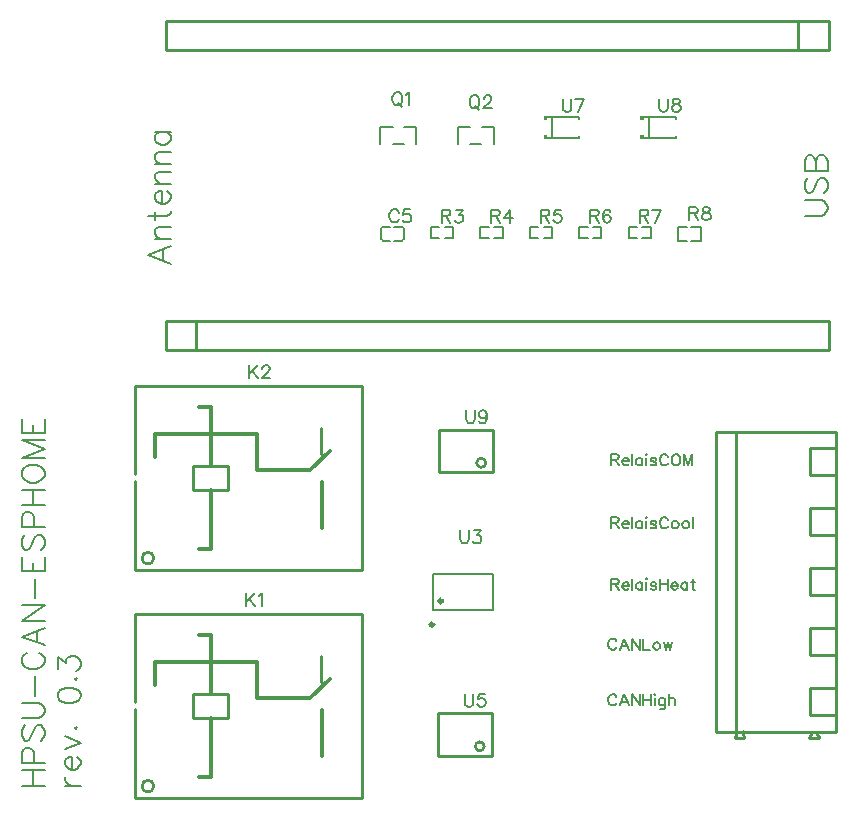
<source format=gto>
G04 Layer: TopSilkscreenLayer*
G04 EasyEDA v6.5.40, 2024-08-12 13:02:19*
G04 6ed52e104c50462789560134f86f8d0d,8913b61fcc3f40a88925c8db200aa785,10*
G04 Gerber Generator version 0.2*
G04 Scale: 100 percent, Rotated: No, Reflected: No *
G04 Dimensions in millimeters *
G04 leading zeros omitted , absolute positions ,4 integer and 5 decimal *
%FSLAX45Y45*%
%MOMM*%

%ADD10C,0.2032*%
%ADD11C,0.1524*%
%ADD12C,0.2540*%
%ADD13C,0.1500*%
%ADD14C,0.3000*%
%ADD15C,0.0129*%

%LPD*%
D10*
X7734300Y3352037D02*
G01*
X7734300Y3256534D01*
X7734300Y3352037D02*
G01*
X7775193Y3352037D01*
X7788909Y3347465D01*
X7793481Y3342894D01*
X7798054Y3334004D01*
X7798054Y3324860D01*
X7793481Y3315715D01*
X7788909Y3311144D01*
X7775193Y3306571D01*
X7734300Y3306571D01*
X7766050Y3306571D02*
G01*
X7798054Y3256534D01*
X7828025Y3293110D02*
G01*
X7882381Y3293110D01*
X7882381Y3302000D01*
X7877809Y3311144D01*
X7873491Y3315715D01*
X7864347Y3320287D01*
X7850631Y3320287D01*
X7841488Y3315715D01*
X7832597Y3306571D01*
X7828025Y3293110D01*
X7828025Y3283965D01*
X7832597Y3270250D01*
X7841488Y3261105D01*
X7850631Y3256534D01*
X7864347Y3256534D01*
X7873491Y3261105D01*
X7882381Y3270250D01*
X7912608Y3352037D02*
G01*
X7912608Y3256534D01*
X7996936Y3320287D02*
G01*
X7996936Y3256534D01*
X7996936Y3306571D02*
G01*
X7988045Y3315715D01*
X7978902Y3320287D01*
X7965186Y3320287D01*
X7956041Y3315715D01*
X7947152Y3306571D01*
X7942579Y3293110D01*
X7942579Y3283965D01*
X7947152Y3270250D01*
X7956041Y3261105D01*
X7965186Y3256534D01*
X7978902Y3256534D01*
X7988045Y3261105D01*
X7996936Y3270250D01*
X8026908Y3352037D02*
G01*
X8031479Y3347465D01*
X8036052Y3352037D01*
X8031479Y3356610D01*
X8026908Y3352037D01*
X8031479Y3320287D02*
G01*
X8031479Y3256534D01*
X8116061Y3306571D02*
G01*
X8111490Y3315715D01*
X8098027Y3320287D01*
X8084311Y3320287D01*
X8070595Y3315715D01*
X8066024Y3306571D01*
X8070595Y3297681D01*
X8079740Y3293110D01*
X8102600Y3288537D01*
X8111490Y3283965D01*
X8116061Y3274821D01*
X8116061Y3270250D01*
X8111490Y3261105D01*
X8098027Y3256534D01*
X8084311Y3256534D01*
X8070595Y3261105D01*
X8066024Y3270250D01*
X8214359Y3329431D02*
G01*
X8209788Y3338576D01*
X8200643Y3347465D01*
X8191500Y3352037D01*
X8173465Y3352037D01*
X8164322Y3347465D01*
X8155177Y3338576D01*
X8150606Y3329431D01*
X8146034Y3315715D01*
X8146034Y3293110D01*
X8150606Y3279394D01*
X8155177Y3270250D01*
X8164322Y3261105D01*
X8173465Y3256534D01*
X8191500Y3256534D01*
X8200643Y3261105D01*
X8209788Y3270250D01*
X8214359Y3279394D01*
X8271509Y3352037D02*
G01*
X8262365Y3347465D01*
X8253475Y3338576D01*
X8248904Y3329431D01*
X8244331Y3315715D01*
X8244331Y3293110D01*
X8248904Y3279394D01*
X8253475Y3270250D01*
X8262365Y3261105D01*
X8271509Y3256534D01*
X8289797Y3256534D01*
X8298941Y3261105D01*
X8307831Y3270250D01*
X8312404Y3279394D01*
X8316975Y3293110D01*
X8316975Y3315715D01*
X8312404Y3329431D01*
X8307831Y3338576D01*
X8298941Y3347465D01*
X8289797Y3352037D01*
X8271509Y3352037D01*
X8346947Y3352037D02*
G01*
X8346947Y3256534D01*
X8346947Y3352037D02*
G01*
X8383270Y3256534D01*
X8419845Y3352037D02*
G01*
X8383270Y3256534D01*
X8419845Y3352037D02*
G01*
X8419845Y3256534D01*
X7734300Y2818637D02*
G01*
X7734300Y2723134D01*
X7734300Y2818637D02*
G01*
X7775193Y2818637D01*
X7788909Y2814065D01*
X7793481Y2809494D01*
X7798054Y2800604D01*
X7798054Y2791460D01*
X7793481Y2782315D01*
X7788909Y2777744D01*
X7775193Y2773171D01*
X7734300Y2773171D01*
X7766050Y2773171D02*
G01*
X7798054Y2723134D01*
X7828025Y2759710D02*
G01*
X7882381Y2759710D01*
X7882381Y2768600D01*
X7877809Y2777744D01*
X7873491Y2782315D01*
X7864347Y2786887D01*
X7850631Y2786887D01*
X7841488Y2782315D01*
X7832597Y2773171D01*
X7828025Y2759710D01*
X7828025Y2750565D01*
X7832597Y2736850D01*
X7841488Y2727705D01*
X7850631Y2723134D01*
X7864347Y2723134D01*
X7873491Y2727705D01*
X7882381Y2736850D01*
X7912608Y2818637D02*
G01*
X7912608Y2723134D01*
X7996936Y2786887D02*
G01*
X7996936Y2723134D01*
X7996936Y2773171D02*
G01*
X7988045Y2782315D01*
X7978902Y2786887D01*
X7965186Y2786887D01*
X7956041Y2782315D01*
X7947152Y2773171D01*
X7942579Y2759710D01*
X7942579Y2750565D01*
X7947152Y2736850D01*
X7956041Y2727705D01*
X7965186Y2723134D01*
X7978902Y2723134D01*
X7988045Y2727705D01*
X7996936Y2736850D01*
X8026908Y2818637D02*
G01*
X8031479Y2814065D01*
X8036052Y2818637D01*
X8031479Y2823210D01*
X8026908Y2818637D01*
X8031479Y2786887D02*
G01*
X8031479Y2723134D01*
X8116061Y2773171D02*
G01*
X8111490Y2782315D01*
X8098027Y2786887D01*
X8084311Y2786887D01*
X8070595Y2782315D01*
X8066024Y2773171D01*
X8070595Y2764281D01*
X8079740Y2759710D01*
X8102600Y2755137D01*
X8111490Y2750565D01*
X8116061Y2741421D01*
X8116061Y2736850D01*
X8111490Y2727705D01*
X8098027Y2723134D01*
X8084311Y2723134D01*
X8070595Y2727705D01*
X8066024Y2736850D01*
X8214359Y2796031D02*
G01*
X8209788Y2805176D01*
X8200643Y2814065D01*
X8191500Y2818637D01*
X8173465Y2818637D01*
X8164322Y2814065D01*
X8155177Y2805176D01*
X8150606Y2796031D01*
X8146034Y2782315D01*
X8146034Y2759710D01*
X8150606Y2745994D01*
X8155177Y2736850D01*
X8164322Y2727705D01*
X8173465Y2723134D01*
X8191500Y2723134D01*
X8200643Y2727705D01*
X8209788Y2736850D01*
X8214359Y2745994D01*
X8266938Y2786887D02*
G01*
X8258047Y2782315D01*
X8248904Y2773171D01*
X8244331Y2759710D01*
X8244331Y2750565D01*
X8248904Y2736850D01*
X8258047Y2727705D01*
X8266938Y2723134D01*
X8280654Y2723134D01*
X8289797Y2727705D01*
X8298941Y2736850D01*
X8303513Y2750565D01*
X8303513Y2759710D01*
X8298941Y2773171D01*
X8289797Y2782315D01*
X8280654Y2786887D01*
X8266938Y2786887D01*
X8356091Y2786887D02*
G01*
X8346947Y2782315D01*
X8338058Y2773171D01*
X8333486Y2759710D01*
X8333486Y2750565D01*
X8338058Y2736850D01*
X8346947Y2727705D01*
X8356091Y2723134D01*
X8369808Y2723134D01*
X8378952Y2727705D01*
X8387841Y2736850D01*
X8392413Y2750565D01*
X8392413Y2759710D01*
X8387841Y2773171D01*
X8378952Y2782315D01*
X8369808Y2786887D01*
X8356091Y2786887D01*
X8422386Y2818637D02*
G01*
X8422386Y2723134D01*
X7734300Y2297937D02*
G01*
X7734300Y2202434D01*
X7734300Y2297937D02*
G01*
X7775193Y2297937D01*
X7788909Y2293365D01*
X7793481Y2288794D01*
X7798054Y2279904D01*
X7798054Y2270760D01*
X7793481Y2261615D01*
X7788909Y2257044D01*
X7775193Y2252471D01*
X7734300Y2252471D01*
X7766050Y2252471D02*
G01*
X7798054Y2202434D01*
X7828025Y2239010D02*
G01*
X7882381Y2239010D01*
X7882381Y2247900D01*
X7877809Y2257044D01*
X7873491Y2261615D01*
X7864347Y2266187D01*
X7850631Y2266187D01*
X7841488Y2261615D01*
X7832597Y2252471D01*
X7828025Y2239010D01*
X7828025Y2229865D01*
X7832597Y2216150D01*
X7841488Y2207005D01*
X7850631Y2202434D01*
X7864347Y2202434D01*
X7873491Y2207005D01*
X7882381Y2216150D01*
X7912608Y2297937D02*
G01*
X7912608Y2202434D01*
X7996936Y2266187D02*
G01*
X7996936Y2202434D01*
X7996936Y2252471D02*
G01*
X7988045Y2261615D01*
X7978902Y2266187D01*
X7965186Y2266187D01*
X7956041Y2261615D01*
X7947152Y2252471D01*
X7942579Y2239010D01*
X7942579Y2229865D01*
X7947152Y2216150D01*
X7956041Y2207005D01*
X7965186Y2202434D01*
X7978902Y2202434D01*
X7988045Y2207005D01*
X7996936Y2216150D01*
X8026908Y2297937D02*
G01*
X8031479Y2293365D01*
X8036052Y2297937D01*
X8031479Y2302510D01*
X8026908Y2297937D01*
X8031479Y2266187D02*
G01*
X8031479Y2202434D01*
X8116061Y2252471D02*
G01*
X8111490Y2261615D01*
X8098027Y2266187D01*
X8084311Y2266187D01*
X8070595Y2261615D01*
X8066024Y2252471D01*
X8070595Y2243581D01*
X8079740Y2239010D01*
X8102600Y2234437D01*
X8111490Y2229865D01*
X8116061Y2220721D01*
X8116061Y2216150D01*
X8111490Y2207005D01*
X8098027Y2202434D01*
X8084311Y2202434D01*
X8070595Y2207005D01*
X8066024Y2216150D01*
X8146034Y2297937D02*
G01*
X8146034Y2202434D01*
X8209788Y2297937D02*
G01*
X8209788Y2202434D01*
X8146034Y2252471D02*
G01*
X8209788Y2252471D01*
X8239759Y2239010D02*
G01*
X8294370Y2239010D01*
X8294370Y2247900D01*
X8289797Y2257044D01*
X8285225Y2261615D01*
X8276081Y2266187D01*
X8262365Y2266187D01*
X8253475Y2261615D01*
X8244331Y2252471D01*
X8239759Y2239010D01*
X8239759Y2229865D01*
X8244331Y2216150D01*
X8253475Y2207005D01*
X8262365Y2202434D01*
X8276081Y2202434D01*
X8285225Y2207005D01*
X8294370Y2216150D01*
X8378952Y2266187D02*
G01*
X8378952Y2202434D01*
X8378952Y2252471D02*
G01*
X8369808Y2261615D01*
X8360663Y2266187D01*
X8346947Y2266187D01*
X8338058Y2261615D01*
X8328913Y2252471D01*
X8324341Y2239010D01*
X8324341Y2229865D01*
X8328913Y2216150D01*
X8338058Y2207005D01*
X8346947Y2202434D01*
X8360663Y2202434D01*
X8369808Y2207005D01*
X8378952Y2216150D01*
X8422386Y2297937D02*
G01*
X8422386Y2220721D01*
X8426958Y2207005D01*
X8436102Y2202434D01*
X8445245Y2202434D01*
X8408924Y2266187D02*
G01*
X8440674Y2266187D01*
X7776972Y1767331D02*
G01*
X7772654Y1776476D01*
X7763509Y1785365D01*
X7754365Y1789937D01*
X7736077Y1789937D01*
X7727188Y1785365D01*
X7718043Y1776476D01*
X7713472Y1767331D01*
X7708900Y1753615D01*
X7708900Y1731010D01*
X7713472Y1717294D01*
X7718043Y1708150D01*
X7727188Y1699005D01*
X7736077Y1694434D01*
X7754365Y1694434D01*
X7763509Y1699005D01*
X7772654Y1708150D01*
X7776972Y1717294D01*
X7843520Y1789937D02*
G01*
X7807197Y1694434D01*
X7843520Y1789937D02*
G01*
X7879841Y1694434D01*
X7820659Y1726437D02*
G01*
X7866125Y1726437D01*
X7909813Y1789937D02*
G01*
X7909813Y1694434D01*
X7909813Y1789937D02*
G01*
X7973568Y1694434D01*
X7973568Y1789937D02*
G01*
X7973568Y1694434D01*
X8003540Y1789937D02*
G01*
X8003540Y1694434D01*
X8003540Y1694434D02*
G01*
X8057895Y1694434D01*
X8110727Y1758187D02*
G01*
X8101584Y1753615D01*
X8092440Y1744471D01*
X8087868Y1731010D01*
X8087868Y1721865D01*
X8092440Y1708150D01*
X8101584Y1699005D01*
X8110727Y1694434D01*
X8124443Y1694434D01*
X8133334Y1699005D01*
X8142477Y1708150D01*
X8147050Y1721865D01*
X8147050Y1731010D01*
X8142477Y1744471D01*
X8133334Y1753615D01*
X8124443Y1758187D01*
X8110727Y1758187D01*
X8177022Y1758187D02*
G01*
X8195309Y1694434D01*
X8213343Y1758187D02*
G01*
X8195309Y1694434D01*
X8213343Y1758187D02*
G01*
X8231631Y1694434D01*
X8249920Y1758187D02*
G01*
X8231631Y1694434D01*
X7776972Y1297431D02*
G01*
X7772654Y1306576D01*
X7763509Y1315465D01*
X7754365Y1320037D01*
X7736077Y1320037D01*
X7727188Y1315465D01*
X7718043Y1306576D01*
X7713472Y1297431D01*
X7708900Y1283715D01*
X7708900Y1261110D01*
X7713472Y1247394D01*
X7718043Y1238250D01*
X7727188Y1229105D01*
X7736077Y1224534D01*
X7754365Y1224534D01*
X7763509Y1229105D01*
X7772654Y1238250D01*
X7776972Y1247394D01*
X7843520Y1320037D02*
G01*
X7807197Y1224534D01*
X7843520Y1320037D02*
G01*
X7879841Y1224534D01*
X7820659Y1256537D02*
G01*
X7866125Y1256537D01*
X7909813Y1320037D02*
G01*
X7909813Y1224534D01*
X7909813Y1320037D02*
G01*
X7973568Y1224534D01*
X7973568Y1320037D02*
G01*
X7973568Y1224534D01*
X8003540Y1320037D02*
G01*
X8003540Y1224534D01*
X8067040Y1320037D02*
G01*
X8067040Y1224534D01*
X8003540Y1274571D02*
G01*
X8067040Y1274571D01*
X8097011Y1320037D02*
G01*
X8101584Y1315465D01*
X8106156Y1320037D01*
X8101584Y1324610D01*
X8097011Y1320037D01*
X8101584Y1288287D02*
G01*
X8101584Y1224534D01*
X8190738Y1288287D02*
G01*
X8190738Y1215644D01*
X8186165Y1201928D01*
X8181593Y1197355D01*
X8172450Y1192784D01*
X8158988Y1192784D01*
X8149843Y1197355D01*
X8190738Y1274571D02*
G01*
X8181593Y1283715D01*
X8172450Y1288287D01*
X8158988Y1288287D01*
X8149843Y1283715D01*
X8140700Y1274571D01*
X8136127Y1261110D01*
X8136127Y1251965D01*
X8140700Y1238250D01*
X8149843Y1229105D01*
X8158988Y1224534D01*
X8172450Y1224534D01*
X8181593Y1229105D01*
X8190738Y1238250D01*
X8220709Y1320037D02*
G01*
X8220709Y1224534D01*
X8220709Y1270000D02*
G01*
X8234425Y1283715D01*
X8243570Y1288287D01*
X8257031Y1288287D01*
X8266175Y1283715D01*
X8270747Y1270000D01*
X8270747Y1224534D01*
X2741422Y546100D02*
G01*
X2935224Y546100D01*
X2741422Y675386D02*
G01*
X2935224Y675386D01*
X2833624Y546100D02*
G01*
X2833624Y675386D01*
X2741422Y736345D02*
G01*
X2935224Y736345D01*
X2741422Y736345D02*
G01*
X2741422Y819404D01*
X2750565Y847089D01*
X2759709Y856487D01*
X2778252Y865631D01*
X2805938Y865631D01*
X2824479Y856487D01*
X2833624Y847089D01*
X2843022Y819404D01*
X2843022Y736345D01*
X2769108Y1055878D02*
G01*
X2750565Y1037589D01*
X2741422Y1009650D01*
X2741422Y972820D01*
X2750565Y945134D01*
X2769108Y926592D01*
X2787650Y926592D01*
X2805938Y935989D01*
X2815336Y945134D01*
X2824479Y963676D01*
X2843022Y1019047D01*
X2852165Y1037589D01*
X2861309Y1046734D01*
X2879852Y1055878D01*
X2907538Y1055878D01*
X2926079Y1037589D01*
X2935224Y1009650D01*
X2935224Y972820D01*
X2926079Y945134D01*
X2907538Y926592D01*
X2741422Y1116837D02*
G01*
X2879852Y1116837D01*
X2907538Y1126236D01*
X2926079Y1144523D01*
X2935224Y1172210D01*
X2935224Y1190752D01*
X2926079Y1218437D01*
X2907538Y1236979D01*
X2879852Y1246123D01*
X2741422Y1246123D01*
X2852165Y1307084D02*
G01*
X2852165Y1473454D01*
X2787650Y1672844D02*
G01*
X2769108Y1663700D01*
X2750565Y1645157D01*
X2741422Y1626870D01*
X2741422Y1589786D01*
X2750565Y1571244D01*
X2769108Y1552955D01*
X2787650Y1543557D01*
X2815336Y1534413D01*
X2861309Y1534413D01*
X2889250Y1543557D01*
X2907538Y1552955D01*
X2926079Y1571244D01*
X2935224Y1589786D01*
X2935224Y1626870D01*
X2926079Y1645157D01*
X2907538Y1663700D01*
X2889250Y1672844D01*
X2741422Y1807718D02*
G01*
X2935224Y1733804D01*
X2741422Y1807718D02*
G01*
X2935224Y1881631D01*
X2870708Y1761489D02*
G01*
X2870708Y1853945D01*
X2741422Y1942592D02*
G01*
X2935224Y1942592D01*
X2741422Y1942592D02*
G01*
X2935224Y2071878D01*
X2741422Y2071878D02*
G01*
X2935224Y2071878D01*
X2852165Y2132837D02*
G01*
X2852165Y2299207D01*
X2741422Y2360168D02*
G01*
X2935224Y2360168D01*
X2741422Y2360168D02*
G01*
X2741422Y2480310D01*
X2833624Y2360168D02*
G01*
X2833624Y2434081D01*
X2935224Y2360168D02*
G01*
X2935224Y2480310D01*
X2769108Y2670555D02*
G01*
X2750565Y2652013D01*
X2741422Y2624328D01*
X2741422Y2587244D01*
X2750565Y2559557D01*
X2769108Y2541270D01*
X2787650Y2541270D01*
X2805938Y2550413D01*
X2815336Y2559557D01*
X2824479Y2578100D01*
X2843022Y2633471D01*
X2852165Y2652013D01*
X2861309Y2661157D01*
X2879852Y2670555D01*
X2907538Y2670555D01*
X2926079Y2652013D01*
X2935224Y2624328D01*
X2935224Y2587244D01*
X2926079Y2559557D01*
X2907538Y2541270D01*
X2741422Y2731515D02*
G01*
X2935224Y2731515D01*
X2741422Y2731515D02*
G01*
X2741422Y2814573D01*
X2750565Y2842260D01*
X2759709Y2851404D01*
X2778252Y2860802D01*
X2805938Y2860802D01*
X2824479Y2851404D01*
X2833624Y2842260D01*
X2843022Y2814573D01*
X2843022Y2731515D01*
X2741422Y2921762D02*
G01*
X2935224Y2921762D01*
X2741422Y3051047D02*
G01*
X2935224Y3051047D01*
X2833624Y2921762D02*
G01*
X2833624Y3051047D01*
X2741422Y3167379D02*
G01*
X2750565Y3148837D01*
X2769108Y3130550D01*
X2787650Y3121152D01*
X2815336Y3112007D01*
X2861309Y3112007D01*
X2889250Y3121152D01*
X2907538Y3130550D01*
X2926079Y3148837D01*
X2935224Y3167379D01*
X2935224Y3204210D01*
X2926079Y3222752D01*
X2907538Y3241294D01*
X2889250Y3250437D01*
X2861309Y3259836D01*
X2815336Y3259836D01*
X2787650Y3250437D01*
X2769108Y3241294D01*
X2750565Y3222752D01*
X2741422Y3204210D01*
X2741422Y3167379D01*
X2741422Y3320795D02*
G01*
X2935224Y3320795D01*
X2741422Y3320795D02*
G01*
X2935224Y3394710D01*
X2741422Y3468370D02*
G01*
X2935224Y3394710D01*
X2741422Y3468370D02*
G01*
X2935224Y3468370D01*
X2741422Y3529329D02*
G01*
X2935224Y3529329D01*
X2741422Y3529329D02*
G01*
X2741422Y3649471D01*
X2833624Y3529329D02*
G01*
X2833624Y3603244D01*
X2935224Y3529329D02*
G01*
X2935224Y3649471D01*
X3110738Y546100D02*
G01*
X3240024Y546100D01*
X3166109Y546100D02*
G01*
X3138424Y555244D01*
X3120136Y573786D01*
X3110738Y592328D01*
X3110738Y620013D01*
X3166109Y680973D02*
G01*
X3166109Y791718D01*
X3147822Y791718D01*
X3129279Y782573D01*
X3120136Y773429D01*
X3110738Y754887D01*
X3110738Y727202D01*
X3120136Y708660D01*
X3138424Y690118D01*
X3166109Y680973D01*
X3184652Y680973D01*
X3212338Y690118D01*
X3230879Y708660D01*
X3240024Y727202D01*
X3240024Y754887D01*
X3230879Y773429D01*
X3212338Y791718D01*
X3110738Y852678D02*
G01*
X3240024Y908050D01*
X3110738Y963676D02*
G01*
X3240024Y908050D01*
X3194050Y1033779D02*
G01*
X3203193Y1024636D01*
X3212338Y1033779D01*
X3203193Y1042923D01*
X3194050Y1033779D01*
X3046222Y1301750D02*
G01*
X3055365Y1273810D01*
X3083052Y1255521D01*
X3129279Y1246123D01*
X3156965Y1246123D01*
X3203193Y1255521D01*
X3230879Y1273810D01*
X3240024Y1301750D01*
X3240024Y1320037D01*
X3230879Y1347723D01*
X3203193Y1366265D01*
X3156965Y1375410D01*
X3129279Y1375410D01*
X3083052Y1366265D01*
X3055365Y1347723D01*
X3046222Y1320037D01*
X3046222Y1301750D01*
X3194050Y1445768D02*
G01*
X3203193Y1436370D01*
X3212338Y1445768D01*
X3203193Y1454912D01*
X3194050Y1445768D01*
X3046222Y1534413D02*
G01*
X3046222Y1636013D01*
X3120136Y1580642D01*
X3120136Y1608328D01*
X3129279Y1626870D01*
X3138424Y1636013D01*
X3166109Y1645157D01*
X3184652Y1645157D01*
X3212338Y1636013D01*
X3230879Y1617471D01*
X3240024Y1589786D01*
X3240024Y1562100D01*
X3230879Y1534413D01*
X3221736Y1525270D01*
X3203193Y1515871D01*
X3808222Y5039613D02*
G01*
X4002024Y4965700D01*
X3808222Y5039613D02*
G01*
X4002024Y5113528D01*
X3937508Y4993386D02*
G01*
X3937508Y5085842D01*
X3872738Y5174487D02*
G01*
X4002024Y5174487D01*
X3909822Y5174487D02*
G01*
X3882136Y5202173D01*
X3872738Y5220715D01*
X3872738Y5248402D01*
X3882136Y5266689D01*
X3909822Y5276087D01*
X4002024Y5276087D01*
X3808222Y5364734D02*
G01*
X3965193Y5364734D01*
X3992879Y5373878D01*
X4002024Y5392420D01*
X4002024Y5410962D01*
X3872738Y5337047D02*
G01*
X3872738Y5401563D01*
X3928109Y5471921D02*
G01*
X3928109Y5582665D01*
X3909822Y5582665D01*
X3891279Y5573521D01*
X3882136Y5564123D01*
X3872738Y5545836D01*
X3872738Y5518150D01*
X3882136Y5499607D01*
X3900424Y5481065D01*
X3928109Y5471921D01*
X3946652Y5471921D01*
X3974338Y5481065D01*
X3992879Y5499607D01*
X4002024Y5518150D01*
X4002024Y5545836D01*
X3992879Y5564123D01*
X3974338Y5582665D01*
X3872738Y5643626D02*
G01*
X4002024Y5643626D01*
X3909822Y5643626D02*
G01*
X3882136Y5671312D01*
X3872738Y5689854D01*
X3872738Y5717539D01*
X3882136Y5736081D01*
X3909822Y5745226D01*
X4002024Y5745226D01*
X3872738Y5806186D02*
G01*
X4002024Y5806186D01*
X3909822Y5806186D02*
G01*
X3882136Y5833871D01*
X3872738Y5852413D01*
X3872738Y5880100D01*
X3882136Y5898642D01*
X3909822Y5907786D01*
X4002024Y5907786D01*
X3872738Y6079489D02*
G01*
X4002024Y6079489D01*
X3900424Y6079489D02*
G01*
X3882136Y6061202D01*
X3872738Y6042660D01*
X3872738Y6014973D01*
X3882136Y5996431D01*
X3900424Y5977889D01*
X3928109Y5968745D01*
X3946652Y5968745D01*
X3974338Y5977889D01*
X3992879Y5996431D01*
X4002024Y6014973D01*
X4002024Y6042660D01*
X3992879Y6061202D01*
X3974338Y6079489D01*
X9370822Y5372100D02*
G01*
X9509252Y5372100D01*
X9536938Y5381244D01*
X9555479Y5399786D01*
X9564624Y5427471D01*
X9564624Y5446013D01*
X9555479Y5473700D01*
X9536938Y5492242D01*
X9509252Y5501386D01*
X9370822Y5501386D01*
X9398508Y5691631D02*
G01*
X9379965Y5673089D01*
X9370822Y5645404D01*
X9370822Y5608573D01*
X9379965Y5580887D01*
X9398508Y5562345D01*
X9417050Y5562345D01*
X9435338Y5571489D01*
X9444736Y5580887D01*
X9453879Y5599429D01*
X9472422Y5654802D01*
X9481565Y5673089D01*
X9490709Y5682487D01*
X9509252Y5691631D01*
X9536938Y5691631D01*
X9555479Y5673089D01*
X9564624Y5645404D01*
X9564624Y5608573D01*
X9555479Y5580887D01*
X9536938Y5562345D01*
X9370822Y5752592D02*
G01*
X9564624Y5752592D01*
X9370822Y5752592D02*
G01*
X9370822Y5835650D01*
X9379965Y5863589D01*
X9389109Y5872734D01*
X9407652Y5881878D01*
X9426193Y5881878D01*
X9444736Y5872734D01*
X9453879Y5863589D01*
X9463024Y5835650D01*
X9463024Y5752592D02*
G01*
X9463024Y5835650D01*
X9472422Y5863589D01*
X9481565Y5872734D01*
X9500108Y5881878D01*
X9527793Y5881878D01*
X9546336Y5872734D01*
X9555479Y5863589D01*
X9564624Y5835650D01*
X9564624Y5752592D01*
D11*
X5933478Y5398013D02*
G01*
X5928144Y5408427D01*
X5917730Y5418841D01*
X5907570Y5423921D01*
X5886742Y5423921D01*
X5876328Y5418841D01*
X5865914Y5408427D01*
X5860580Y5398013D01*
X5855500Y5382265D01*
X5855500Y5356357D01*
X5860580Y5340863D01*
X5865914Y5330449D01*
X5876328Y5320035D01*
X5886742Y5314955D01*
X5907570Y5314955D01*
X5917730Y5320035D01*
X5928144Y5330449D01*
X5933478Y5340863D01*
X6029998Y5423921D02*
G01*
X5978182Y5423921D01*
X5972848Y5377185D01*
X5978182Y5382265D01*
X5993676Y5387599D01*
X6009170Y5387599D01*
X6024918Y5382265D01*
X6035332Y5372105D01*
X6040412Y5356357D01*
X6040412Y5345943D01*
X6035332Y5330449D01*
X6024918Y5320035D01*
X6009170Y5314955D01*
X5993676Y5314955D01*
X5978182Y5320035D01*
X5972848Y5325115D01*
X5967768Y5335529D01*
X4642965Y2172715D02*
G01*
X4642965Y2063750D01*
X4715609Y2172715D02*
G01*
X4642965Y2100071D01*
X4668873Y2125979D02*
G01*
X4715609Y2063750D01*
X4749899Y2151887D02*
G01*
X4760313Y2157221D01*
X4776061Y2172715D01*
X4776061Y2063750D01*
X4668365Y4103115D02*
G01*
X4668365Y3994150D01*
X4741009Y4103115D02*
G01*
X4668365Y4030471D01*
X4694273Y4056379D02*
G01*
X4741009Y3994150D01*
X4780633Y4077207D02*
G01*
X4780633Y4082287D01*
X4785713Y4092702D01*
X4791047Y4098036D01*
X4801461Y4103115D01*
X4822035Y4103115D01*
X4832449Y4098036D01*
X4837783Y4092702D01*
X4842863Y4082287D01*
X4842863Y4071873D01*
X4837783Y4061460D01*
X4827369Y4045965D01*
X4775299Y3994150D01*
X4848197Y3994150D01*
X5911341Y6414515D02*
G01*
X5900927Y6409436D01*
X5890513Y6399021D01*
X5885179Y6388607D01*
X5880100Y6372860D01*
X5880100Y6346952D01*
X5885179Y6331457D01*
X5890513Y6321044D01*
X5900927Y6310629D01*
X5911341Y6305550D01*
X5932170Y6305550D01*
X5942329Y6310629D01*
X5952743Y6321044D01*
X5958077Y6331457D01*
X5963158Y6346952D01*
X5963158Y6372860D01*
X5958077Y6388607D01*
X5952743Y6399021D01*
X5942329Y6409436D01*
X5932170Y6414515D01*
X5911341Y6414515D01*
X5926836Y6326123D02*
G01*
X5958077Y6295136D01*
X5997447Y6393687D02*
G01*
X6007861Y6399021D01*
X6023609Y6414515D01*
X6023609Y6305550D01*
X6565430Y6389115D02*
G01*
X6555016Y6384036D01*
X6544602Y6373621D01*
X6539268Y6363207D01*
X6534188Y6347460D01*
X6534188Y6321552D01*
X6539268Y6306057D01*
X6544602Y6295644D01*
X6555016Y6285229D01*
X6565430Y6280150D01*
X6586258Y6280150D01*
X6596418Y6285229D01*
X6606832Y6295644D01*
X6612166Y6306057D01*
X6617246Y6321552D01*
X6617246Y6347460D01*
X6612166Y6363207D01*
X6606832Y6373621D01*
X6596418Y6384036D01*
X6586258Y6389115D01*
X6565430Y6389115D01*
X6580924Y6300723D02*
G01*
X6612166Y6269736D01*
X6656870Y6363207D02*
G01*
X6656870Y6368287D01*
X6661950Y6378702D01*
X6667284Y6384036D01*
X6677698Y6389115D01*
X6698272Y6389115D01*
X6708686Y6384036D01*
X6714020Y6378702D01*
X6719100Y6368287D01*
X6719100Y6357873D01*
X6714020Y6347460D01*
X6703606Y6331965D01*
X6651536Y6280150D01*
X6724434Y6280150D01*
X6299581Y5421360D02*
G01*
X6299581Y5312394D01*
X6299581Y5421360D02*
G01*
X6346316Y5421360D01*
X6361811Y5416280D01*
X6367145Y5410946D01*
X6372225Y5400532D01*
X6372225Y5390118D01*
X6367145Y5379704D01*
X6361811Y5374624D01*
X6346316Y5369544D01*
X6299581Y5369544D01*
X6335902Y5369544D02*
G01*
X6372225Y5312394D01*
X6416929Y5421360D02*
G01*
X6474079Y5421360D01*
X6443090Y5379704D01*
X6458584Y5379704D01*
X6468999Y5374624D01*
X6474079Y5369544D01*
X6479413Y5353796D01*
X6479413Y5343382D01*
X6474079Y5327888D01*
X6463665Y5317474D01*
X6448170Y5312394D01*
X6432677Y5312394D01*
X6416929Y5317474D01*
X6411849Y5322554D01*
X6406515Y5332968D01*
X6718493Y5421360D02*
G01*
X6718493Y5312394D01*
X6718493Y5421360D02*
G01*
X6765229Y5421360D01*
X6780723Y5416280D01*
X6786057Y5410946D01*
X6791137Y5400532D01*
X6791137Y5390118D01*
X6786057Y5379704D01*
X6780723Y5374624D01*
X6765229Y5369544D01*
X6718493Y5369544D01*
X6754815Y5369544D02*
G01*
X6791137Y5312394D01*
X6877497Y5421360D02*
G01*
X6825427Y5348716D01*
X6903405Y5348716D01*
X6877497Y5421360D02*
G01*
X6877497Y5312394D01*
X7137394Y5421360D02*
G01*
X7137394Y5312394D01*
X7137394Y5421360D02*
G01*
X7184130Y5421360D01*
X7199624Y5416280D01*
X7204958Y5410946D01*
X7210038Y5400532D01*
X7210038Y5390118D01*
X7204958Y5379704D01*
X7199624Y5374624D01*
X7184130Y5369544D01*
X7137394Y5369544D01*
X7173716Y5369544D02*
G01*
X7210038Y5312394D01*
X7306812Y5421360D02*
G01*
X7254742Y5421360D01*
X7249662Y5374624D01*
X7254742Y5379704D01*
X7270490Y5385038D01*
X7285984Y5385038D01*
X7301478Y5379704D01*
X7311892Y5369544D01*
X7317226Y5353796D01*
X7317226Y5343382D01*
X7311892Y5327888D01*
X7301478Y5317474D01*
X7285984Y5312394D01*
X7270490Y5312394D01*
X7254742Y5317474D01*
X7249662Y5322554D01*
X7244328Y5332968D01*
X7556289Y5421360D02*
G01*
X7556289Y5312394D01*
X7556289Y5421360D02*
G01*
X7603025Y5421360D01*
X7618519Y5416280D01*
X7623853Y5410946D01*
X7628933Y5400532D01*
X7628933Y5390118D01*
X7623853Y5379704D01*
X7618519Y5374624D01*
X7603025Y5369544D01*
X7556289Y5369544D01*
X7592611Y5369544D02*
G01*
X7628933Y5312394D01*
X7725707Y5405866D02*
G01*
X7720373Y5416280D01*
X7704879Y5421360D01*
X7694465Y5421360D01*
X7678971Y5416280D01*
X7668557Y5400532D01*
X7663223Y5374624D01*
X7663223Y5348716D01*
X7668557Y5327888D01*
X7678971Y5317474D01*
X7694465Y5312394D01*
X7699799Y5312394D01*
X7715293Y5317474D01*
X7725707Y5327888D01*
X7730787Y5343382D01*
X7730787Y5348716D01*
X7725707Y5364210D01*
X7715293Y5374624D01*
X7699799Y5379704D01*
X7694465Y5379704D01*
X7678971Y5374624D01*
X7668557Y5364210D01*
X7663223Y5348716D01*
X7975206Y5421360D02*
G01*
X7975206Y5312394D01*
X7975206Y5421360D02*
G01*
X8021942Y5421360D01*
X8037436Y5416280D01*
X8042770Y5410946D01*
X8047850Y5400532D01*
X8047850Y5390118D01*
X8042770Y5379704D01*
X8037436Y5374624D01*
X8021942Y5369544D01*
X7975206Y5369544D01*
X8011528Y5369544D02*
G01*
X8047850Y5312394D01*
X8155038Y5421360D02*
G01*
X8102968Y5312394D01*
X8082140Y5421360D02*
G01*
X8155038Y5421360D01*
X8394298Y5444015D02*
G01*
X8394298Y5335049D01*
X8394298Y5444015D02*
G01*
X8441034Y5444015D01*
X8456528Y5438935D01*
X8461862Y5433601D01*
X8466942Y5423187D01*
X8466942Y5412773D01*
X8461862Y5402359D01*
X8456528Y5397279D01*
X8441034Y5392199D01*
X8394298Y5392199D01*
X8430620Y5392199D02*
G01*
X8466942Y5335049D01*
X8527394Y5444015D02*
G01*
X8511646Y5438935D01*
X8506566Y5428521D01*
X8506566Y5418107D01*
X8511646Y5407693D01*
X8522060Y5402359D01*
X8542888Y5397279D01*
X8558382Y5392199D01*
X8568796Y5381785D01*
X8574130Y5371371D01*
X8574130Y5355623D01*
X8568796Y5345209D01*
X8563716Y5340129D01*
X8547968Y5335049D01*
X8527394Y5335049D01*
X8511646Y5340129D01*
X8506566Y5345209D01*
X8501232Y5355623D01*
X8501232Y5371371D01*
X8506566Y5381785D01*
X8516980Y5392199D01*
X8532474Y5397279D01*
X8553302Y5402359D01*
X8563716Y5407693D01*
X8568796Y5418107D01*
X8568796Y5428521D01*
X8563716Y5438935D01*
X8547968Y5444015D01*
X8527394Y5444015D01*
X6454825Y2708122D02*
G01*
X6454825Y2630144D01*
X6459905Y2614650D01*
X6470319Y2604236D01*
X6486067Y2599156D01*
X6496481Y2599156D01*
X6511975Y2604236D01*
X6522389Y2614650D01*
X6527469Y2630144D01*
X6527469Y2708122D01*
X6572173Y2708122D02*
G01*
X6629323Y2708122D01*
X6598335Y2666466D01*
X6613829Y2666466D01*
X6624243Y2661386D01*
X6629323Y2656306D01*
X6634657Y2640558D01*
X6634657Y2630144D01*
X6629323Y2614650D01*
X6618909Y2604236D01*
X6603415Y2599156D01*
X6587921Y2599156D01*
X6572173Y2604236D01*
X6567093Y2609316D01*
X6561759Y2619730D01*
X6492913Y1323822D02*
G01*
X6492913Y1245844D01*
X6497993Y1230350D01*
X6508407Y1219936D01*
X6524155Y1214856D01*
X6534569Y1214856D01*
X6550063Y1219936D01*
X6560477Y1230350D01*
X6565557Y1245844D01*
X6565557Y1323822D01*
X6662331Y1323822D02*
G01*
X6610261Y1323822D01*
X6605181Y1277086D01*
X6610261Y1282166D01*
X6626009Y1287500D01*
X6641503Y1287500D01*
X6656997Y1282166D01*
X6667411Y1272006D01*
X6672745Y1256258D01*
X6672745Y1245844D01*
X6667411Y1230350D01*
X6656997Y1219936D01*
X6641503Y1214856D01*
X6626009Y1214856D01*
X6610261Y1219936D01*
X6605181Y1225016D01*
X6599847Y1235430D01*
X7323226Y6360888D02*
G01*
X7323226Y6282910D01*
X7328306Y6267416D01*
X7338720Y6257002D01*
X7354468Y6251922D01*
X7364882Y6251922D01*
X7380376Y6257002D01*
X7390790Y6267416D01*
X7395870Y6282910D01*
X7395870Y6360888D01*
X7503058Y6360888D02*
G01*
X7450988Y6251922D01*
X7430160Y6360888D02*
G01*
X7503058Y6360888D01*
X8140700Y6360888D02*
G01*
X8140700Y6282910D01*
X8145779Y6267416D01*
X8156193Y6257002D01*
X8171941Y6251922D01*
X8182356Y6251922D01*
X8197850Y6257002D01*
X8208263Y6267416D01*
X8213343Y6282910D01*
X8213343Y6360888D01*
X8273795Y6360888D02*
G01*
X8258047Y6355808D01*
X8252968Y6345394D01*
X8252968Y6334980D01*
X8258047Y6324566D01*
X8268461Y6319232D01*
X8289290Y6314152D01*
X8304784Y6309072D01*
X8315197Y6298658D01*
X8320531Y6288244D01*
X8320531Y6272496D01*
X8315197Y6262082D01*
X8310118Y6257002D01*
X8294370Y6251922D01*
X8273795Y6251922D01*
X8258047Y6257002D01*
X8252968Y6262082D01*
X8247634Y6272496D01*
X8247634Y6288244D01*
X8252968Y6298658D01*
X8263381Y6309072D01*
X8278875Y6314152D01*
X8299704Y6319232D01*
X8310118Y6324566D01*
X8315197Y6334980D01*
X8315197Y6345394D01*
X8310118Y6355808D01*
X8294370Y6360888D01*
X8273795Y6360888D01*
X6505613Y3724122D02*
G01*
X6505613Y3646144D01*
X6510693Y3630650D01*
X6521107Y3620236D01*
X6536855Y3615156D01*
X6547269Y3615156D01*
X6562763Y3620236D01*
X6573177Y3630650D01*
X6578257Y3646144D01*
X6578257Y3724122D01*
X6680111Y3687800D02*
G01*
X6675031Y3672306D01*
X6664617Y3661892D01*
X6649123Y3656558D01*
X6643789Y3656558D01*
X6628295Y3661892D01*
X6617881Y3672306D01*
X6612547Y3687800D01*
X6612547Y3692880D01*
X6617881Y3708628D01*
X6628295Y3719042D01*
X6643789Y3724122D01*
X6649123Y3724122D01*
X6664617Y3719042D01*
X6675031Y3708628D01*
X6680111Y3687800D01*
X6680111Y3661892D01*
X6675031Y3635730D01*
X6664617Y3620236D01*
X6649123Y3615156D01*
X6638709Y3615156D01*
X6622961Y3620236D01*
X6617881Y3630650D01*
G36*
X7162749Y6213805D02*
G01*
X7162749Y6181801D01*
X7193229Y6181801D01*
X7193229Y6213805D01*
G37*
G36*
X7162749Y6055309D02*
G01*
X7162749Y6023356D01*
X7193229Y6023356D01*
X7193229Y6055309D01*
G37*
G36*
X7980222Y6213805D02*
G01*
X7980222Y6181801D01*
X8010702Y6181801D01*
X8010702Y6213805D01*
G37*
G36*
X7980222Y6055309D02*
G01*
X7980222Y6023356D01*
X8010702Y6023356D01*
X8010702Y6055309D01*
G37*
D12*
X8793225Y1003300D02*
G01*
X8793225Y971804D01*
X8778493Y957326D01*
X8778493Y947420D01*
X8858504Y947420D01*
X8858504Y967231D01*
X8848600Y977298D01*
X8848597Y1003300D01*
X8848600Y1007297D01*
X9625599Y3175304D02*
G01*
X9418599Y3175304D01*
X9418599Y3401303D01*
X9638598Y3401303D01*
X9625599Y2667302D02*
G01*
X9418599Y2667302D01*
X9418599Y2893301D01*
X9638598Y2893301D01*
X9625599Y2159309D02*
G01*
X9418599Y2159309D01*
X9418599Y2385308D01*
X9638598Y2385308D01*
X9625599Y1651302D02*
G01*
X9418599Y1651302D01*
X9418599Y1877301D01*
X9638598Y1877301D01*
X9625599Y1143302D02*
G01*
X9418599Y1143302D01*
X9418599Y1369301D01*
X9638598Y1369301D01*
X8792601Y1002301D02*
G01*
X8793535Y3542301D01*
X9638598Y1003300D02*
G01*
X9638598Y3543300D01*
X8618598Y1003300D02*
G01*
X8618598Y3543300D01*
X9423064Y1003300D02*
G01*
X9423064Y971804D01*
X9408332Y957326D01*
X9408332Y947420D01*
X9488342Y947420D01*
X9488342Y967231D01*
X9478439Y977298D01*
X9478436Y1003300D01*
X9478599Y997297D01*
X8618600Y1003300D02*
G01*
X9638601Y1003300D01*
X8618598Y3543300D02*
G01*
X9638598Y3543300D01*
D13*
X5898095Y5159697D02*
G01*
X5960099Y5159697D01*
X5862091Y5159697D02*
G01*
X5800100Y5159697D01*
X5862091Y5279702D02*
G01*
X5800100Y5279702D01*
X5785091Y5259702D02*
G01*
X5785091Y5179705D01*
X5898095Y5279702D02*
G01*
X5960099Y5279702D01*
X5975095Y5259702D02*
G01*
X5975095Y5179705D01*
X5785091Y5264693D02*
G01*
X5785091Y5259702D01*
X5785091Y5174706D02*
G01*
X5785091Y5179705D01*
X5975095Y5264706D02*
G01*
X5975095Y5259702D01*
X5975095Y5174693D02*
G01*
X5975095Y5179705D01*
D14*
X4340791Y1326291D02*
G01*
X4340791Y1821205D01*
X4340791Y621207D02*
G01*
X4340791Y1116081D01*
X4340791Y621210D02*
G01*
X4239003Y621207D01*
X4340791Y1821202D02*
G01*
X4239003Y1821205D01*
X5286829Y795502D02*
G01*
X5286829Y1189964D01*
X5185001Y1291310D02*
G01*
X5350050Y1452092D01*
X3866817Y1401206D02*
G01*
X3866817Y1593926D01*
X4730417Y1593926D01*
X4730417Y1293926D01*
X4732830Y1291511D01*
X5134429Y1291511D01*
X5185229Y1291511D01*
D12*
X5620100Y441208D02*
G01*
X3700089Y441208D01*
X5620087Y2001210D02*
G01*
X3700076Y2001210D01*
X5620090Y441205D02*
G01*
X5620090Y2001207D01*
X5279920Y1645894D02*
G01*
X5279920Y1423136D01*
X3700076Y2001210D02*
G01*
X3700076Y1250675D01*
X3700076Y1191737D02*
G01*
X3700076Y441208D01*
X4192496Y1321206D02*
G01*
X4492495Y1321206D01*
X4492495Y1121206D01*
X4192496Y1121206D01*
X4192496Y1321206D01*
D14*
X4340791Y3256691D02*
G01*
X4340791Y3751605D01*
X4340791Y2551607D02*
G01*
X4340791Y3046481D01*
X4340791Y2551610D02*
G01*
X4239003Y2551607D01*
X4340791Y3751602D02*
G01*
X4239003Y3751605D01*
X5286829Y2725902D02*
G01*
X5286829Y3120364D01*
X5185001Y3221710D02*
G01*
X5350050Y3382492D01*
X3866817Y3331606D02*
G01*
X3866817Y3524326D01*
X4730417Y3524326D01*
X4730417Y3224326D01*
X4732830Y3221911D01*
X5134429Y3221911D01*
X5185229Y3221911D01*
D12*
X5620100Y2371608D02*
G01*
X3700089Y2371608D01*
X5620087Y3931610D02*
G01*
X3700076Y3931610D01*
X5620090Y2371605D02*
G01*
X5620090Y3931607D01*
X5279920Y3576294D02*
G01*
X5279920Y3353536D01*
X3700076Y3931610D02*
G01*
X3700076Y3181075D01*
X3700076Y3122137D02*
G01*
X3700076Y2371608D01*
X4192496Y3251606D02*
G01*
X4492495Y3251606D01*
X4492495Y3051606D01*
X4192496Y3051606D01*
X4192496Y3251606D01*
D11*
X6083520Y5978692D02*
G01*
X6083520Y6123934D01*
X5980358Y6123934D01*
X5778279Y5978692D02*
G01*
X5778279Y6123934D01*
X5881441Y6123934D01*
X5976439Y5978692D02*
G01*
X5885360Y5978692D01*
X6739242Y5978692D02*
G01*
X6739242Y6123934D01*
X6636080Y6123934D01*
X6434000Y5978692D02*
G01*
X6434000Y6123934D01*
X6537162Y6123934D01*
X6632160Y5978692D02*
G01*
X6541081Y5978692D01*
X6276959Y5179984D02*
G01*
X6205156Y5179984D01*
X6205156Y5279704D01*
X6276959Y5279704D01*
X6322202Y5179984D02*
G01*
X6394005Y5179984D01*
X6394005Y5279704D01*
X6322202Y5279704D01*
X6695871Y5179984D02*
G01*
X6624068Y5179984D01*
X6624068Y5279704D01*
X6695871Y5279704D01*
X6741114Y5179984D02*
G01*
X6812917Y5179984D01*
X6812917Y5279704D01*
X6741114Y5279704D01*
X7114773Y5179984D02*
G01*
X7042970Y5179984D01*
X7042970Y5279704D01*
X7114773Y5279704D01*
X7160016Y5179984D02*
G01*
X7231819Y5179984D01*
X7231819Y5279704D01*
X7160016Y5279704D01*
X7533667Y5179984D02*
G01*
X7461864Y5179984D01*
X7461864Y5279704D01*
X7533667Y5279704D01*
X7578910Y5179984D02*
G01*
X7650713Y5179984D01*
X7650713Y5279704D01*
X7578910Y5279704D01*
X7952585Y5179984D02*
G01*
X7880781Y5179984D01*
X7880781Y5279704D01*
X7952585Y5279704D01*
X7997827Y5179984D02*
G01*
X8069630Y5179984D01*
X8069630Y5279704D01*
X7997827Y5279704D01*
D13*
X8489688Y5279702D02*
G01*
X8489688Y5159697D01*
X8412688Y5279702D02*
G01*
X8489688Y5279702D01*
X8299686Y5279702D02*
G01*
X8299686Y5159697D01*
X8376686Y5279702D02*
G01*
X8299686Y5279702D01*
X8376686Y5159697D02*
G01*
X8299686Y5159697D01*
X8412688Y5159697D02*
G01*
X8489688Y5159697D01*
D11*
X6227605Y2034265D02*
G01*
X6227605Y2338547D01*
X6732846Y2338547D01*
X6732846Y2034265D01*
X6227605Y2034265D01*
D12*
X6722930Y1159906D02*
G01*
X6722930Y799891D01*
X6722930Y799891D02*
G01*
X6262941Y799891D01*
X6262941Y799891D02*
G01*
X6262941Y1159906D01*
X6262941Y1159906D02*
G01*
X6722930Y1159906D01*
D11*
X7185604Y6206195D02*
G01*
X7460848Y6206195D01*
X7460848Y6206195D02*
G01*
X7460848Y6186891D01*
X7185604Y6030950D02*
G01*
X7460848Y6030950D01*
X7460848Y6030950D02*
G01*
X7460848Y6050254D01*
X7231547Y6206195D02*
G01*
X7231547Y6030950D01*
X8003077Y6206195D02*
G01*
X8278322Y6206195D01*
X8278322Y6206195D02*
G01*
X8278322Y6186891D01*
X8003077Y6030950D02*
G01*
X8278322Y6030950D01*
X8278322Y6030950D02*
G01*
X8278322Y6050254D01*
X8049021Y6206195D02*
G01*
X8049021Y6030950D01*
D12*
X6735630Y3560206D02*
G01*
X6735630Y3200191D01*
X6735630Y3200191D02*
G01*
X6275641Y3200191D01*
X6275641Y3200191D02*
G01*
X6275641Y3560206D01*
X6275641Y3560206D02*
G01*
X6735630Y3560206D01*
X9575086Y4231091D02*
G01*
X9575086Y4481088D01*
X3963088Y4231088D02*
G01*
X9572086Y4231088D01*
X3963088Y4481088D02*
G01*
X9572086Y4481088D01*
X4219892Y4481088D02*
G01*
X4219892Y4231091D01*
X3963088Y4231091D02*
G01*
X3963088Y4481088D01*
X3963101Y7021088D02*
G01*
X3963101Y6771091D01*
X9575098Y7021090D02*
G01*
X3966100Y7021090D01*
X9575098Y6771091D02*
G01*
X3966100Y6771091D01*
X9318294Y6771091D02*
G01*
X9318294Y7021088D01*
X9575098Y7021088D02*
G01*
X9575098Y6771091D01*
D13*
G75*
G01*
X5800100Y5279702D02*
G03*
X5785091Y5264694I0J-15008D01*
G75*
G01*
X5800100Y5159698D02*
G02*
X5785091Y5174706I0J15008D01*
G75*
G01*
X5960100Y5279702D02*
G02*
X5975096Y5264706I0J-14996D01*
G75*
G01*
X5960100Y5159698D02*
G03*
X5975096Y5174694I0J14996D01*
D12*
G75*
G01
X3860013Y541198D02*
G03X3860013Y541198I-50013J0D01*
G75*
G01
X3860013Y2471598D02*
G03X3860013Y2471598I-50013J0D01*
D14*
G75*
G01
X6304737Y2109495D02*
G03X6304737Y2109495I-15011J0D01*
G75*
G01
X6230087Y1909166D02*
G03X6230087Y1909166I-15011J0D01*
D12*
G75*
G01
X6658051Y878307D02*
G03X6658051Y878307I-38100J0D01*
G75*
G01
X6670751Y3278607D02*
G03X6670751Y3278607I-38100J0D01*
M02*

</source>
